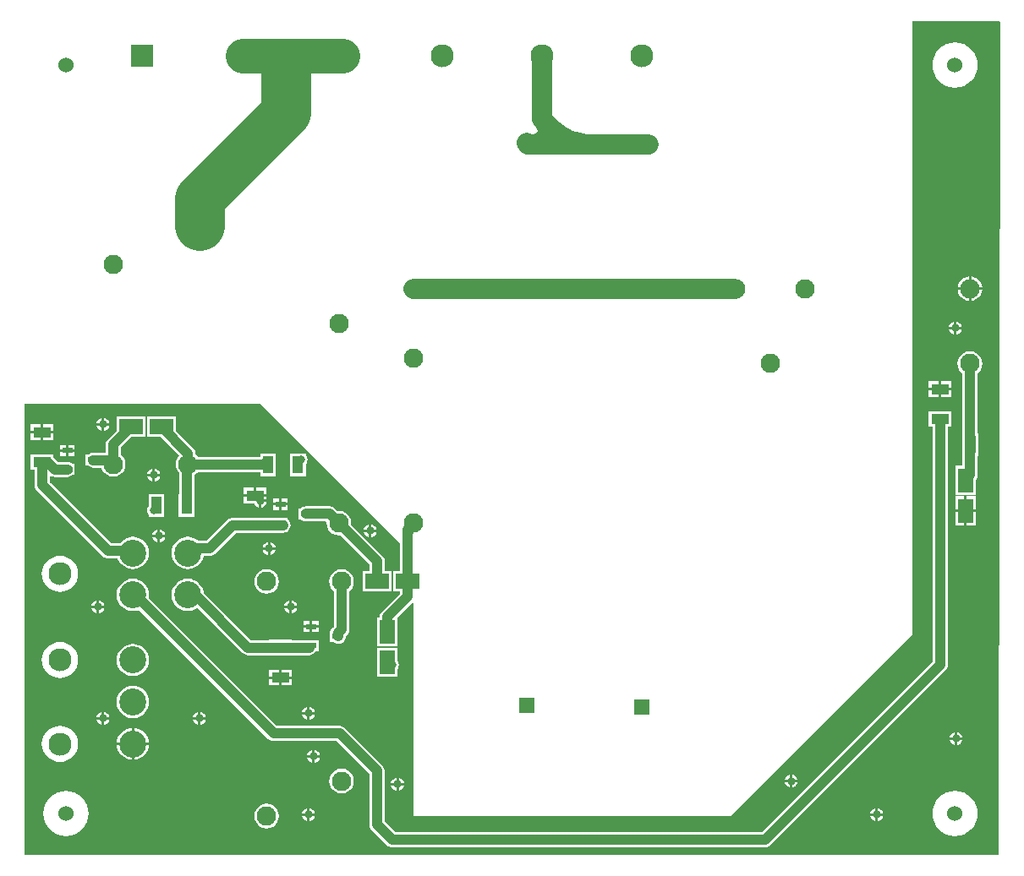
<source format=gbl>
G04*
G04 #@! TF.GenerationSoftware,Altium Limited,Altium Designer,19.0.10 (269)*
G04*
G04 Layer_Physical_Order=2*
G04 Layer_Color=16711680*
%FSLAX25Y25*%
%MOIN*%
G70*
G01*
G75*
%ADD16R,0.07087X0.04134*%
%ADD29C,0.07874*%
%ADD30C,0.13780*%
%ADD31C,0.03937*%
%ADD32R,0.09055X0.09055*%
%ADD33C,0.09055*%
%ADD34C,0.07677*%
%ADD35C,0.10630*%
%ADD36C,0.06000*%
%ADD37C,0.03150*%
%ADD38R,0.03937X0.02362*%
%ADD39R,0.04134X0.07087*%
%ADD40R,0.06102X0.09449*%
%ADD41R,0.09449X0.06102*%
%ADD42C,0.19685*%
%ADD43R,0.06400X0.06400*%
%ADD44C,0.06400*%
G36*
X230200Y307947D02*
X231382Y307000D01*
X232611Y306165D01*
X233886Y305441D01*
X235207Y304829D01*
X236575Y304328D01*
X237988Y303938D01*
X239447Y303660D01*
X240953Y303493D01*
X242505Y303437D01*
X233000Y295563D01*
X217500Y303437D01*
X218606Y303470D01*
X219527Y303568D01*
X220263Y303732D01*
X220812Y303962D01*
X221177Y304257D01*
X221356Y304618D01*
X221349Y305044D01*
X221157Y305536D01*
X220779Y306093D01*
X220216Y306716D01*
X229063Y309005D01*
X230200Y307947D01*
D02*
G37*
G36*
X172759Y146210D02*
X172609Y146177D01*
X172476Y146101D01*
X172358Y145982D01*
X172256Y145820D01*
X172169Y145614D01*
X172098Y145365D01*
X172043Y145072D01*
X172004Y144736D01*
X171980Y144357D01*
X171973Y143934D01*
X168035Y144820D01*
X168739Y149272D01*
X172759Y146210D01*
D02*
G37*
G36*
X403286Y348131D02*
X403639Y347777D01*
X403134Y19000D01*
X19000D01*
Y197000D01*
X112000Y197000D01*
X167010Y141990D01*
Y131051D01*
X164279D01*
Y122949D01*
X167010D01*
Y122244D01*
X159883Y115117D01*
X159407Y114497D01*
X159108Y113775D01*
X159006Y113000D01*
Y112728D01*
X157949D01*
Y101279D01*
X166051D01*
Y112728D01*
X166051Y112728D01*
X166051D01*
X166332Y113098D01*
X172000Y118766D01*
X172500Y118594D01*
Y34480D01*
X297480Y34480D01*
X369000Y106000D01*
X369000Y348131D01*
X403286Y348131D01*
D02*
G37*
%LPC*%
G36*
X385827Y339626D02*
X384087Y339454D01*
X382414Y338947D01*
X380873Y338123D01*
X379521Y337014D01*
X378413Y335663D01*
X377589Y334121D01*
X377081Y332448D01*
X376910Y330709D01*
X377081Y328969D01*
X377589Y327296D01*
X378413Y325755D01*
X379521Y324403D01*
X380873Y323294D01*
X382414Y322470D01*
X384087Y321963D01*
X385827Y321792D01*
X387566Y321963D01*
X389239Y322470D01*
X390781Y323294D01*
X392132Y324403D01*
X393241Y325755D01*
X394065Y327296D01*
X394572Y328969D01*
X394744Y330709D01*
X394572Y332448D01*
X394065Y334121D01*
X393241Y335663D01*
X392132Y337014D01*
X390781Y338123D01*
X389239Y338947D01*
X387566Y339454D01*
X385827Y339626D01*
D02*
G37*
G36*
X392240Y247342D02*
Y243028D01*
X396555D01*
X396454Y243791D01*
X395967Y244968D01*
X395191Y245978D01*
X394180Y246754D01*
X393003Y247242D01*
X392240Y247342D01*
D02*
G37*
G36*
X391240Y247342D02*
X390477Y247242D01*
X389300Y246754D01*
X388289Y245978D01*
X387514Y244968D01*
X387026Y243791D01*
X386926Y243028D01*
X391240D01*
Y247342D01*
D02*
G37*
G36*
Y242028D02*
X386926D01*
X387026Y241264D01*
X387514Y240087D01*
X388289Y239077D01*
X389300Y238301D01*
X390477Y237813D01*
X391240Y237713D01*
Y242028D01*
D02*
G37*
G36*
X396555D02*
X392240D01*
Y237713D01*
X393003Y237813D01*
X394180Y238301D01*
X395191Y239077D01*
X395967Y240087D01*
X396454Y241264D01*
X396555Y242028D01*
D02*
G37*
G36*
X386500Y229531D02*
Y227500D01*
X388531D01*
X388509Y227672D01*
X388249Y228298D01*
X387836Y228836D01*
X387298Y229249D01*
X386672Y229508D01*
X386500Y229531D01*
D02*
G37*
G36*
X385500D02*
X385328Y229508D01*
X384701Y229249D01*
X384164Y228836D01*
X383751Y228298D01*
X383491Y227672D01*
X383469Y227500D01*
X385500D01*
Y229531D01*
D02*
G37*
G36*
X388531Y226500D02*
X386500D01*
Y224469D01*
X386672Y224492D01*
X387298Y224751D01*
X387836Y225164D01*
X388249Y225701D01*
X388509Y226328D01*
X388531Y226500D01*
D02*
G37*
G36*
X385500D02*
X383469D01*
X383491Y226328D01*
X383751Y225701D01*
X384164Y225164D01*
X384701Y224751D01*
X385328Y224492D01*
X385500Y224469D01*
Y226500D01*
D02*
G37*
G36*
X384543Y205972D02*
X380500D01*
Y203405D01*
X384543D01*
Y205972D01*
D02*
G37*
G36*
X379500D02*
X375457D01*
Y203405D01*
X379500D01*
Y205972D01*
D02*
G37*
G36*
X384543Y202406D02*
X380500D01*
Y199839D01*
X384543D01*
Y202406D01*
D02*
G37*
G36*
X379500D02*
X375457D01*
Y199839D01*
X379500D01*
Y202406D01*
D02*
G37*
G36*
X50500Y191531D02*
Y189500D01*
X52531D01*
X52509Y189672D01*
X52249Y190298D01*
X51836Y190836D01*
X51298Y191249D01*
X50672Y191508D01*
X50500Y191531D01*
D02*
G37*
G36*
X49500D02*
X49328Y191508D01*
X48702Y191249D01*
X48164Y190836D01*
X47751Y190298D01*
X47491Y189672D01*
X47469Y189500D01*
X49500D01*
Y191531D01*
D02*
G37*
G36*
X52531Y188500D02*
X50500D01*
Y186469D01*
X50672Y186492D01*
X51298Y186751D01*
X51836Y187164D01*
X52249Y187701D01*
X52509Y188328D01*
X52531Y188500D01*
D02*
G37*
G36*
X49500D02*
X47469D01*
X47491Y188328D01*
X47751Y187701D01*
X48164Y187164D01*
X48702Y186751D01*
X49328Y186492D01*
X49500Y186469D01*
Y188500D01*
D02*
G37*
G36*
X30543Y188972D02*
X26500D01*
Y186406D01*
X30543D01*
Y188972D01*
D02*
G37*
G36*
X25500D02*
X21457D01*
Y186406D01*
X25500D01*
Y188972D01*
D02*
G37*
G36*
X30543Y185406D02*
X26500D01*
Y182839D01*
X30543D01*
Y185406D01*
D02*
G37*
G36*
X25500D02*
X21457D01*
Y182839D01*
X25500D01*
Y185406D01*
D02*
G37*
G36*
X38850Y180921D02*
X36382D01*
Y179240D01*
X38850D01*
Y180921D01*
D02*
G37*
G36*
X35382D02*
X32913D01*
Y179240D01*
X35382D01*
Y180921D01*
D02*
G37*
G36*
X38850Y178240D02*
X36382D01*
Y176559D01*
X38850D01*
Y178240D01*
D02*
G37*
G36*
X35382D02*
X32913D01*
Y176559D01*
X35382D01*
Y178240D01*
D02*
G37*
G36*
X70500Y171531D02*
Y169500D01*
X72531D01*
X72509Y169672D01*
X72249Y170299D01*
X71836Y170836D01*
X71298Y171249D01*
X70672Y171509D01*
X70500Y171531D01*
D02*
G37*
G36*
X69500D02*
X69328Y171509D01*
X68701Y171249D01*
X68164Y170836D01*
X67751Y170299D01*
X67492Y169672D01*
X67469Y169500D01*
X69500D01*
Y171531D01*
D02*
G37*
G36*
X128000Y177597D02*
X127592Y177543D01*
X123791D01*
Y168457D01*
X129925D01*
Y173279D01*
X130249Y173702D01*
X130508Y174328D01*
X130597Y175000D01*
X130508Y175672D01*
X130249Y176298D01*
X129925Y176721D01*
Y177543D01*
X128408D01*
X128000Y177597D01*
D02*
G37*
G36*
X78728Y192051D02*
X67279D01*
Y183949D01*
X72821D01*
X80069Y176701D01*
X79301Y175700D01*
X78813Y174523D01*
X78647Y173260D01*
X78813Y171997D01*
X79301Y170820D01*
X79911Y170024D01*
Y161543D01*
X79839D01*
Y152457D01*
X85972D01*
Y161543D01*
X85900D01*
Y169005D01*
X85968Y169033D01*
X86979Y169809D01*
X87329Y170266D01*
X111980D01*
Y168457D01*
X118114D01*
Y177543D01*
X111980D01*
Y176254D01*
X87329D01*
X86979Y176711D01*
X86522Y177061D01*
Y177476D01*
X86420Y178251D01*
X86244Y178674D01*
X86121Y178973D01*
X85645Y179594D01*
X78728Y186510D01*
Y192051D01*
D02*
G37*
G36*
X66720D02*
X55272D01*
Y186510D01*
X51883Y183121D01*
X51407Y182501D01*
X51108Y181779D01*
X51006Y181004D01*
Y177876D01*
X46118D01*
X45343Y177774D01*
X44621Y177475D01*
X44238Y177181D01*
X43150D01*
Y175076D01*
X43124Y174882D01*
X43150Y174687D01*
Y172819D01*
X43959D01*
X44001Y172765D01*
X44621Y172289D01*
X45343Y171990D01*
X46118Y171888D01*
X49331D01*
X49773Y170820D01*
X50549Y169809D01*
X51560Y169033D01*
X52737Y168546D01*
X54000Y168379D01*
X55263Y168546D01*
X56440Y169033D01*
X57451Y169809D01*
X58227Y170820D01*
X58714Y171997D01*
X58880Y173260D01*
X58714Y174523D01*
X58227Y175700D01*
X57451Y176711D01*
X56994Y177061D01*
Y179764D01*
X61179Y183949D01*
X66720D01*
Y192051D01*
D02*
G37*
G36*
X30543Y177161D02*
X21457D01*
Y171028D01*
X23006D01*
Y165000D01*
X23108Y164225D01*
X23407Y163503D01*
X23883Y162883D01*
X49883Y136883D01*
X50503Y136407D01*
X50802Y136283D01*
X51225Y136108D01*
X52000Y136006D01*
X55827D01*
X55878Y135839D01*
X56464Y134742D01*
X57253Y133781D01*
X58215Y132992D01*
X59312Y132405D01*
X60502Y132044D01*
X61740Y131922D01*
X62978Y132044D01*
X64169Y132405D01*
X65266Y132992D01*
X66227Y133781D01*
X67016Y134742D01*
X67603Y135839D01*
X67964Y137030D01*
X68086Y138268D01*
X67964Y139506D01*
X67603Y140696D01*
X67016Y141793D01*
X66227Y142755D01*
X65266Y143544D01*
X64169Y144130D01*
X62978Y144491D01*
X61740Y144613D01*
X60502Y144491D01*
X59312Y144130D01*
X58215Y143544D01*
X57253Y142755D01*
X56629Y141994D01*
X53240D01*
X28994Y166240D01*
Y168492D01*
X29443Y168713D01*
X29503Y168667D01*
X29802Y168543D01*
X30225Y168368D01*
X31000Y168266D01*
X35882D01*
X36657Y168368D01*
X37379Y168667D01*
X37916Y169079D01*
X38850D01*
Y171065D01*
X38876Y171260D01*
X38850Y171454D01*
Y173441D01*
X37916D01*
X37379Y173853D01*
X36657Y174152D01*
X35882Y174254D01*
X32240D01*
X30543Y175951D01*
Y177161D01*
D02*
G37*
G36*
X72531Y168500D02*
X70500D01*
Y166469D01*
X70672Y166491D01*
X71298Y166751D01*
X71836Y167164D01*
X72249Y167701D01*
X72509Y168328D01*
X72531Y168500D01*
D02*
G37*
G36*
X69500D02*
X67469D01*
X67492Y168328D01*
X67751Y167701D01*
X68164Y167164D01*
X68701Y166751D01*
X69328Y166491D01*
X69500Y166469D01*
Y168500D01*
D02*
G37*
G36*
X114543Y163972D02*
X110500D01*
Y161406D01*
X114543D01*
Y163972D01*
D02*
G37*
G36*
X109500D02*
X105457D01*
Y161406D01*
X109500D01*
Y163972D01*
D02*
G37*
G36*
X391740Y217880D02*
X390477Y217714D01*
X389300Y217227D01*
X388289Y216451D01*
X387514Y215440D01*
X387026Y214263D01*
X386860Y213000D01*
X387026Y211737D01*
X387514Y210560D01*
X388289Y209549D01*
X388746Y209199D01*
Y180835D01*
Y172634D01*
X385949D01*
Y161185D01*
X394051D01*
Y167136D01*
X394333Y167503D01*
X394632Y168225D01*
X394734Y169000D01*
Y176457D01*
X394972D01*
Y185543D01*
X394734D01*
Y209199D01*
X395191Y209549D01*
X395967Y210560D01*
X396454Y211737D01*
X396620Y213000D01*
X396454Y214263D01*
X395967Y215440D01*
X395191Y216451D01*
X394180Y217227D01*
X393003Y217714D01*
X391740Y217880D01*
D02*
G37*
G36*
X122850Y159623D02*
X120382D01*
Y157942D01*
X122850D01*
Y159623D01*
D02*
G37*
G36*
X119382D02*
X116913D01*
Y157942D01*
X119382D01*
Y159623D01*
D02*
G37*
G36*
X114543Y158276D02*
X112500D01*
Y156244D01*
X112672Y156267D01*
X113298Y156527D01*
X113836Y156939D01*
X114249Y157477D01*
X114399Y157839D01*
X114543D01*
Y158276D01*
D02*
G37*
G36*
Y160406D02*
X110000D01*
X105457D01*
Y157839D01*
X109601D01*
X109751Y157477D01*
X110164Y156939D01*
X110702Y156527D01*
X111328Y156267D01*
X111500Y156244D01*
Y158776D01*
X112000D01*
Y159276D01*
X114543D01*
Y160406D01*
D02*
G37*
G36*
X394051Y160626D02*
X390500D01*
Y155402D01*
X394051D01*
Y160626D01*
D02*
G37*
G36*
X389500D02*
X385949D01*
Y155402D01*
X389500D01*
Y160626D01*
D02*
G37*
G36*
X122850Y156942D02*
X120382D01*
Y155261D01*
X122850D01*
Y156942D01*
D02*
G37*
G36*
X119382D02*
X116913D01*
Y155261D01*
X119382D01*
Y156942D01*
D02*
G37*
G36*
X74161Y161543D02*
X68028D01*
Y156659D01*
X67751Y156298D01*
X67492Y155672D01*
X67403Y155000D01*
X67492Y154328D01*
X67751Y153701D01*
X68028Y153341D01*
Y152457D01*
X69592D01*
X70000Y152403D01*
X70408Y152457D01*
X74161D01*
Y161543D01*
D02*
G37*
G36*
X394051Y154402D02*
X390500D01*
Y149177D01*
X394051D01*
Y154402D01*
D02*
G37*
G36*
X389500D02*
X385949D01*
Y149177D01*
X389500D01*
Y154402D01*
D02*
G37*
G36*
X155838Y149531D02*
Y147500D01*
X157869D01*
X157846Y147672D01*
X157587Y148299D01*
X157174Y148836D01*
X156636Y149249D01*
X156010Y149509D01*
X155838Y149531D01*
D02*
G37*
G36*
X154838D02*
X154666Y149509D01*
X154039Y149249D01*
X153501Y148836D01*
X153088Y148299D01*
X152829Y147672D01*
X152806Y147500D01*
X154838D01*
Y149531D01*
D02*
G37*
G36*
X120953Y152183D02*
X101138D01*
X100363Y152081D01*
X99940Y151906D01*
X99641Y151782D01*
X99021Y151306D01*
X90709Y142994D01*
X87589D01*
X86919Y143544D01*
X85822Y144130D01*
X84632Y144491D01*
X83394Y144613D01*
X82156Y144491D01*
X80965Y144130D01*
X79868Y143544D01*
X78907Y142755D01*
X78118Y141793D01*
X77531Y140696D01*
X77170Y139506D01*
X77048Y138268D01*
X77170Y137030D01*
X77531Y135839D01*
X78118Y134742D01*
X78907Y133781D01*
X79868Y132992D01*
X80965Y132405D01*
X82156Y132044D01*
X83394Y131922D01*
X84632Y132044D01*
X85822Y132405D01*
X86919Y132992D01*
X87881Y133781D01*
X88670Y134742D01*
X89256Y135839D01*
X89610Y137006D01*
X91949D01*
X92724Y137108D01*
X93446Y137407D01*
X94066Y137883D01*
X102378Y146195D01*
X105457D01*
Y146028D01*
X114543D01*
Y146195D01*
X120953D01*
X121728Y146297D01*
X122450Y146596D01*
X123070Y147072D01*
X123546Y147692D01*
X123845Y148414D01*
X123947Y149189D01*
X123845Y149964D01*
X123546Y150686D01*
X123070Y151306D01*
X122850Y151475D01*
Y152142D01*
X121262D01*
X120953Y152183D01*
D02*
G37*
G36*
X72500Y147531D02*
Y145500D01*
X74531D01*
X74509Y145672D01*
X74249Y146299D01*
X73836Y146836D01*
X73299Y147249D01*
X72672Y147509D01*
X72500Y147531D01*
D02*
G37*
G36*
X71500D02*
X71328Y147509D01*
X70701Y147249D01*
X70164Y146836D01*
X69751Y146299D01*
X69491Y145672D01*
X69469Y145500D01*
X71500D01*
Y147531D01*
D02*
G37*
G36*
X157869Y146500D02*
X155838D01*
Y144469D01*
X156010Y144492D01*
X156636Y144751D01*
X157174Y145164D01*
X157587Y145702D01*
X157846Y146328D01*
X157869Y146500D01*
D02*
G37*
G36*
X154838D02*
X152806D01*
X152829Y146328D01*
X153088Y145702D01*
X153501Y145164D01*
X154039Y144751D01*
X154666Y144492D01*
X154838Y144469D01*
Y146500D01*
D02*
G37*
G36*
X74531Y144500D02*
X72500D01*
Y142469D01*
X72672Y142491D01*
X73299Y142751D01*
X73836Y143164D01*
X74249Y143702D01*
X74509Y144328D01*
X74531Y144500D01*
D02*
G37*
G36*
X71500D02*
X69469D01*
X69491Y144328D01*
X69751Y143702D01*
X70164Y143164D01*
X70701Y142751D01*
X71328Y142491D01*
X71500Y142469D01*
Y144500D01*
D02*
G37*
G36*
X115957Y142531D02*
Y140500D01*
X117988D01*
X117965Y140672D01*
X117706Y141298D01*
X117293Y141836D01*
X116755Y142249D01*
X116129Y142508D01*
X115957Y142531D01*
D02*
G37*
G36*
X114957D02*
X114785Y142508D01*
X114158Y142249D01*
X113620Y141836D01*
X113208Y141298D01*
X112948Y140672D01*
X112926Y140500D01*
X114957D01*
Y142531D01*
D02*
G37*
G36*
X117988Y139500D02*
X115957D01*
Y137469D01*
X116129Y137492D01*
X116755Y137751D01*
X117293Y138164D01*
X117706Y138701D01*
X117965Y139328D01*
X117988Y139500D01*
D02*
G37*
G36*
X114957D02*
X112926D01*
X112948Y139328D01*
X113208Y138701D01*
X113620Y138164D01*
X114158Y137751D01*
X114785Y137492D01*
X114957Y137469D01*
Y139500D01*
D02*
G37*
G36*
X139310Y156696D02*
X130000D01*
X129225Y156594D01*
X128503Y156295D01*
X127966Y155883D01*
X127150D01*
Y154577D01*
X127108Y154476D01*
X127006Y153701D01*
X127108Y152927D01*
X127150Y152826D01*
Y151520D01*
X127966D01*
X128503Y151109D01*
X129225Y150809D01*
X130000Y150707D01*
X137690D01*
X138117Y150227D01*
X138092Y150039D01*
X138258Y148776D01*
X138746Y147599D01*
X139522Y146589D01*
X140532Y145813D01*
X141709Y145325D01*
X142973Y145159D01*
X143543Y145234D01*
X155002Y133775D01*
Y131051D01*
X152272D01*
Y122949D01*
X163721D01*
Y131051D01*
X160990D01*
Y135016D01*
X160888Y135791D01*
X160589Y136513D01*
X160113Y137133D01*
X147778Y149469D01*
X147853Y150039D01*
X147687Y151303D01*
X147199Y152480D01*
X146423Y153490D01*
X145413Y154266D01*
X144236Y154753D01*
X142973Y154920D01*
X142402Y154845D01*
X141428Y155819D01*
X140807Y156295D01*
X140085Y156594D01*
X139310Y156696D01*
D02*
G37*
G36*
X33000Y137137D02*
X31608Y137000D01*
X30269Y136593D01*
X29035Y135934D01*
X27954Y135046D01*
X27066Y133965D01*
X26406Y132731D01*
X26000Y131392D01*
X25863Y130000D01*
X26000Y128608D01*
X26406Y127269D01*
X27066Y126035D01*
X27954Y124954D01*
X29035Y124066D01*
X30269Y123407D01*
X31608Y123000D01*
X33000Y122863D01*
X34392Y123000D01*
X35731Y123407D01*
X36965Y124066D01*
X38046Y124954D01*
X38934Y126035D01*
X39593Y127269D01*
X40000Y128608D01*
X40137Y130000D01*
X40000Y131392D01*
X39593Y132731D01*
X38934Y133965D01*
X38046Y135046D01*
X36965Y135934D01*
X35731Y136593D01*
X34392Y137000D01*
X33000Y137137D01*
D02*
G37*
G36*
X114472Y131880D02*
X113209Y131714D01*
X112032Y131227D01*
X111021Y130451D01*
X110246Y129440D01*
X109758Y128263D01*
X109592Y127000D01*
X109758Y125737D01*
X110246Y124560D01*
X111021Y123549D01*
X112032Y122774D01*
X113209Y122286D01*
X114472Y122120D01*
X115736Y122286D01*
X116913Y122774D01*
X117923Y123549D01*
X118699Y124560D01*
X119186Y125737D01*
X119353Y127000D01*
X119186Y128263D01*
X118699Y129440D01*
X117923Y130451D01*
X116913Y131227D01*
X115736Y131714D01*
X114472Y131880D01*
D02*
G37*
G36*
X124500Y119531D02*
Y117500D01*
X126531D01*
X126508Y117672D01*
X126249Y118298D01*
X125836Y118836D01*
X125299Y119249D01*
X124672Y119509D01*
X124500Y119531D01*
D02*
G37*
G36*
X123500D02*
X123328Y119509D01*
X122702Y119249D01*
X122164Y118836D01*
X121751Y118298D01*
X121492Y117672D01*
X121469Y117500D01*
X123500D01*
Y119531D01*
D02*
G37*
G36*
X48500D02*
Y117500D01*
X50531D01*
X50509Y117672D01*
X50249Y118298D01*
X49836Y118836D01*
X49299Y119249D01*
X48672Y119509D01*
X48500Y119531D01*
D02*
G37*
G36*
X47500D02*
X47328Y119509D01*
X46701Y119249D01*
X46164Y118836D01*
X45751Y118298D01*
X45491Y117672D01*
X45469Y117500D01*
X47500D01*
Y119531D01*
D02*
G37*
G36*
X126531Y116500D02*
X124500D01*
Y114469D01*
X124672Y114491D01*
X125299Y114751D01*
X125836Y115164D01*
X126249Y115701D01*
X126508Y116328D01*
X126531Y116500D01*
D02*
G37*
G36*
X123500D02*
X121469D01*
X121492Y116328D01*
X121751Y115701D01*
X122164Y115164D01*
X122702Y114751D01*
X123328Y114491D01*
X123500Y114469D01*
Y116500D01*
D02*
G37*
G36*
X50531D02*
X48500D01*
Y114469D01*
X48672Y114491D01*
X49299Y114751D01*
X49836Y115164D01*
X50249Y115701D01*
X50509Y116328D01*
X50531Y116500D01*
D02*
G37*
G36*
X47500D02*
X45469D01*
X45491Y116328D01*
X45751Y115701D01*
X46164Y115164D01*
X46701Y114751D01*
X47328Y114491D01*
X47500Y114469D01*
Y116500D01*
D02*
G37*
G36*
X134968Y111335D02*
X132500D01*
Y109653D01*
X134968D01*
Y111335D01*
D02*
G37*
G36*
X131500D02*
X129032D01*
Y109653D01*
X131500D01*
Y111335D01*
D02*
G37*
G36*
X134968Y108653D02*
X132500D01*
Y106972D01*
X134968D01*
Y108653D01*
D02*
G37*
G36*
X131500D02*
X129032D01*
Y106972D01*
X131500D01*
Y108653D01*
D02*
G37*
G36*
X144000Y131880D02*
X142737Y131714D01*
X141560Y131227D01*
X140549Y130451D01*
X139773Y129440D01*
X139286Y128263D01*
X139120Y127000D01*
X139286Y125737D01*
X139773Y124560D01*
X140549Y123549D01*
X141006Y123199D01*
Y109268D01*
X140635Y108897D01*
X140159Y108277D01*
X139876Y107595D01*
X139268D01*
Y103232D01*
X140718D01*
X141255Y102820D01*
X141977Y102521D01*
X142752Y102419D01*
X143527Y102521D01*
X144249Y102820D01*
X144786Y103232D01*
X145205D01*
Y103734D01*
X145345Y103916D01*
X145644Y104638D01*
X145746Y105413D01*
Y105539D01*
X146117Y105910D01*
X146593Y106530D01*
X146892Y107253D01*
X146994Y108028D01*
Y123199D01*
X147451Y123549D01*
X148226Y124560D01*
X148714Y125737D01*
X148880Y127000D01*
X148714Y128263D01*
X148226Y129440D01*
X147451Y130451D01*
X146440Y131227D01*
X145263Y131714D01*
X144000Y131880D01*
D02*
G37*
G36*
X83394Y128078D02*
X82156Y127956D01*
X80965Y127595D01*
X79868Y127008D01*
X78907Y126219D01*
X78118Y125258D01*
X77531Y124161D01*
X77170Y122970D01*
X77048Y121732D01*
X77170Y120494D01*
X77531Y119304D01*
X78118Y118207D01*
X78907Y117245D01*
X79868Y116456D01*
X80965Y115870D01*
X82156Y115509D01*
X83394Y115387D01*
X84632Y115509D01*
X85822Y115870D01*
X86919Y116456D01*
X87134Y116632D01*
X104977Y98788D01*
X105597Y98312D01*
X106320Y98013D01*
X107095Y97911D01*
X115457D01*
Y97839D01*
X124543D01*
Y97911D01*
X131280D01*
X132054Y98013D01*
X132777Y98312D01*
X133397Y98788D01*
X133873Y99409D01*
X133907Y99492D01*
X134968D01*
Y103854D01*
X131624D01*
X131280Y103900D01*
X124543D01*
Y103972D01*
X115457D01*
Y103900D01*
X108335D01*
X89656Y122578D01*
X89617Y122970D01*
X89256Y124161D01*
X88670Y125258D01*
X87881Y126219D01*
X86919Y127008D01*
X85822Y127595D01*
X84632Y127956D01*
X83394Y128078D01*
D02*
G37*
G36*
X61740Y102346D02*
X60502Y102224D01*
X59312Y101863D01*
X58215Y101276D01*
X57253Y100487D01*
X56464Y99525D01*
X55878Y98428D01*
X55517Y97238D01*
X55395Y96000D01*
X55517Y94762D01*
X55878Y93572D01*
X56464Y92475D01*
X57253Y91513D01*
X58215Y90724D01*
X59312Y90137D01*
X60502Y89776D01*
X61740Y89654D01*
X62978Y89776D01*
X64169Y90137D01*
X65266Y90724D01*
X66227Y91513D01*
X67016Y92475D01*
X67603Y93572D01*
X67964Y94762D01*
X68086Y96000D01*
X67964Y97238D01*
X67603Y98428D01*
X67016Y99525D01*
X66227Y100487D01*
X65266Y101276D01*
X64169Y101863D01*
X62978Y102224D01*
X61740Y102346D01*
D02*
G37*
G36*
X124543Y92161D02*
X120500D01*
Y89595D01*
X124543D01*
Y92161D01*
D02*
G37*
G36*
X119500D02*
X115457D01*
Y89595D01*
X119500D01*
Y92161D01*
D02*
G37*
G36*
X166051Y100721D02*
X157949D01*
Y89272D01*
X166051D01*
Y92444D01*
X166249Y92702D01*
X166508Y93328D01*
X166597Y94000D01*
X166508Y94672D01*
X166249Y95298D01*
X166051Y95556D01*
Y100721D01*
D02*
G37*
G36*
X33000Y103137D02*
X31608Y103000D01*
X30269Y102594D01*
X29035Y101934D01*
X27954Y101046D01*
X27066Y99965D01*
X26406Y98731D01*
X26000Y97392D01*
X25863Y96000D01*
X26000Y94608D01*
X26406Y93269D01*
X27066Y92035D01*
X27954Y90954D01*
X29035Y90066D01*
X30269Y89407D01*
X31608Y89000D01*
X33000Y88863D01*
X34392Y89000D01*
X35731Y89407D01*
X36965Y90066D01*
X38046Y90954D01*
X38934Y92035D01*
X39593Y93269D01*
X40000Y94608D01*
X40137Y96000D01*
X40000Y97392D01*
X39593Y98731D01*
X38934Y99965D01*
X38046Y101046D01*
X36965Y101934D01*
X35731Y102594D01*
X34392Y103000D01*
X33000Y103137D01*
D02*
G37*
G36*
X124543Y88595D02*
X120500D01*
Y86028D01*
X124543D01*
Y88595D01*
D02*
G37*
G36*
X119500D02*
X115457D01*
Y86028D01*
X119500D01*
Y88595D01*
D02*
G37*
G36*
X131500Y77531D02*
Y75500D01*
X133531D01*
X133509Y75672D01*
X133249Y76298D01*
X132836Y76836D01*
X132299Y77249D01*
X131672Y77508D01*
X131500Y77531D01*
D02*
G37*
G36*
X130500D02*
X130328Y77508D01*
X129701Y77249D01*
X129164Y76836D01*
X128751Y76298D01*
X128491Y75672D01*
X128469Y75500D01*
X130500D01*
Y77531D01*
D02*
G37*
G36*
X88500Y75531D02*
Y73500D01*
X90531D01*
X90509Y73672D01*
X90249Y74299D01*
X89836Y74836D01*
X89298Y75249D01*
X88672Y75508D01*
X88500Y75531D01*
D02*
G37*
G36*
X87500D02*
X87328Y75508D01*
X86702Y75249D01*
X86164Y74836D01*
X85751Y74299D01*
X85492Y73672D01*
X85469Y73500D01*
X87500D01*
Y75531D01*
D02*
G37*
G36*
X50500D02*
Y73500D01*
X52531D01*
X52509Y73672D01*
X52249Y74299D01*
X51836Y74836D01*
X51298Y75249D01*
X50672Y75508D01*
X50500Y75531D01*
D02*
G37*
G36*
X49500D02*
X49328Y75508D01*
X48702Y75249D01*
X48164Y74836D01*
X47751Y74299D01*
X47491Y73672D01*
X47469Y73500D01*
X49500D01*
Y75531D01*
D02*
G37*
G36*
X61740Y85810D02*
X60502Y85688D01*
X59312Y85327D01*
X58215Y84741D01*
X57253Y83951D01*
X56464Y82990D01*
X55878Y81893D01*
X55517Y80703D01*
X55395Y79465D01*
X55517Y78227D01*
X55878Y77036D01*
X56464Y75939D01*
X57253Y74978D01*
X58215Y74189D01*
X59312Y73602D01*
X60502Y73241D01*
X61740Y73119D01*
X62978Y73241D01*
X64169Y73602D01*
X65266Y74189D01*
X66227Y74978D01*
X67016Y75939D01*
X67603Y77036D01*
X67964Y78227D01*
X68086Y79465D01*
X67964Y80703D01*
X67603Y81893D01*
X67016Y82990D01*
X66227Y83951D01*
X65266Y84741D01*
X64169Y85327D01*
X62978Y85688D01*
X61740Y85810D01*
D02*
G37*
G36*
X133531Y74500D02*
X131500D01*
Y72469D01*
X131672Y72492D01*
X132299Y72751D01*
X132836Y73164D01*
X133249Y73702D01*
X133509Y74328D01*
X133531Y74500D01*
D02*
G37*
G36*
X130500D02*
X128469D01*
X128491Y74328D01*
X128751Y73702D01*
X129164Y73164D01*
X129701Y72751D01*
X130328Y72492D01*
X130500Y72469D01*
Y74500D01*
D02*
G37*
G36*
X90531Y72500D02*
X88500D01*
Y70469D01*
X88672Y70491D01*
X89298Y70751D01*
X89836Y71164D01*
X90249Y71702D01*
X90509Y72328D01*
X90531Y72500D01*
D02*
G37*
G36*
X87500D02*
X85469D01*
X85492Y72328D01*
X85751Y71702D01*
X86164Y71164D01*
X86702Y70751D01*
X87328Y70491D01*
X87500Y70469D01*
Y72500D01*
D02*
G37*
G36*
X52531D02*
X50500D01*
Y70469D01*
X50672Y70491D01*
X51298Y70751D01*
X51836Y71164D01*
X52249Y71702D01*
X52509Y72328D01*
X52531Y72500D01*
D02*
G37*
G36*
X49500D02*
X47469D01*
X47491Y72328D01*
X47751Y71702D01*
X48164Y71164D01*
X48702Y70751D01*
X49328Y70491D01*
X49500Y70469D01*
Y72500D01*
D02*
G37*
G36*
X386799Y67531D02*
Y65500D01*
X388830D01*
X388807Y65672D01*
X388548Y66299D01*
X388135Y66836D01*
X387597Y67249D01*
X386971Y67509D01*
X386799Y67531D01*
D02*
G37*
G36*
X385799D02*
X385626Y67509D01*
X385000Y67249D01*
X384462Y66836D01*
X384049Y66299D01*
X383790Y65672D01*
X383767Y65500D01*
X385799D01*
Y67531D01*
D02*
G37*
G36*
X62240Y69225D02*
Y63429D01*
X68036D01*
X67964Y64167D01*
X67603Y65358D01*
X67016Y66454D01*
X66227Y67416D01*
X65266Y68205D01*
X64169Y68792D01*
X62978Y69153D01*
X62240Y69225D01*
D02*
G37*
G36*
X61240D02*
X60502Y69153D01*
X59312Y68792D01*
X58215Y68205D01*
X57253Y67416D01*
X56464Y66454D01*
X55878Y65358D01*
X55517Y64167D01*
X55444Y63429D01*
X61240D01*
Y69225D01*
D02*
G37*
G36*
X388830Y64500D02*
X386799D01*
Y62469D01*
X386971Y62492D01*
X387597Y62751D01*
X388135Y63164D01*
X388548Y63701D01*
X388807Y64328D01*
X388830Y64500D01*
D02*
G37*
G36*
X385799D02*
X383767D01*
X383790Y64328D01*
X384049Y63701D01*
X384462Y63164D01*
X385000Y62751D01*
X385626Y62492D01*
X385799Y62469D01*
Y64500D01*
D02*
G37*
G36*
X133500Y60531D02*
Y58500D01*
X135531D01*
X135509Y58672D01*
X135249Y59298D01*
X134836Y59836D01*
X134299Y60249D01*
X133672Y60509D01*
X133500Y60531D01*
D02*
G37*
G36*
X132500D02*
X132328Y60509D01*
X131702Y60249D01*
X131164Y59836D01*
X130751Y59298D01*
X130491Y58672D01*
X130469Y58500D01*
X132500D01*
Y60531D01*
D02*
G37*
G36*
X68036Y62429D02*
X62240D01*
Y56633D01*
X62978Y56705D01*
X64169Y57067D01*
X65266Y57653D01*
X66227Y58442D01*
X67016Y59404D01*
X67603Y60501D01*
X67964Y61691D01*
X68036Y62429D01*
D02*
G37*
G36*
X61240D02*
X55444D01*
X55517Y61691D01*
X55878Y60501D01*
X56464Y59404D01*
X57253Y58442D01*
X58215Y57653D01*
X59312Y57067D01*
X60502Y56705D01*
X61240Y56633D01*
Y62429D01*
D02*
G37*
G36*
X33000Y70066D02*
X31608Y69929D01*
X30269Y69523D01*
X29035Y68863D01*
X27954Y67976D01*
X27066Y66894D01*
X26406Y65660D01*
X26000Y64321D01*
X25863Y62929D01*
X26000Y61537D01*
X26406Y60198D01*
X27066Y58964D01*
X27954Y57883D01*
X29035Y56995D01*
X30269Y56336D01*
X31608Y55929D01*
X33000Y55792D01*
X34392Y55929D01*
X35731Y56336D01*
X36965Y56995D01*
X38046Y57883D01*
X38934Y58964D01*
X39593Y60198D01*
X40000Y61537D01*
X40137Y62929D01*
X40000Y64321D01*
X39593Y65660D01*
X38934Y66894D01*
X38046Y67976D01*
X36965Y68863D01*
X35731Y69523D01*
X34392Y69929D01*
X33000Y70066D01*
D02*
G37*
G36*
X135531Y57500D02*
X133500D01*
Y55469D01*
X133672Y55492D01*
X134299Y55751D01*
X134836Y56164D01*
X135249Y56701D01*
X135509Y57328D01*
X135531Y57500D01*
D02*
G37*
G36*
X132500D02*
X130469D01*
X130491Y57328D01*
X130751Y56701D01*
X131164Y56164D01*
X131702Y55751D01*
X132328Y55492D01*
X132500Y55469D01*
Y57500D01*
D02*
G37*
G36*
X321798Y50791D02*
Y48760D01*
X323830D01*
X323807Y48932D01*
X323548Y49558D01*
X323135Y50096D01*
X322597Y50509D01*
X321971Y50768D01*
X321798Y50791D01*
D02*
G37*
G36*
X320798D02*
X320626Y50768D01*
X320000Y50509D01*
X319462Y50096D01*
X319049Y49558D01*
X318790Y48932D01*
X318767Y48760D01*
X320798D01*
Y50791D01*
D02*
G37*
G36*
X166551Y49531D02*
Y47500D01*
X168582D01*
X168560Y47672D01*
X168300Y48298D01*
X167888Y48836D01*
X167350Y49249D01*
X166723Y49509D01*
X166551Y49531D01*
D02*
G37*
G36*
X165551D02*
X165379Y49509D01*
X164753Y49249D01*
X164215Y48836D01*
X163802Y48298D01*
X163543Y47672D01*
X163520Y47500D01*
X165551D01*
Y49531D01*
D02*
G37*
G36*
X323830Y47760D02*
X321798D01*
Y45729D01*
X321971Y45751D01*
X322597Y46011D01*
X323135Y46424D01*
X323548Y46961D01*
X323807Y47588D01*
X323830Y47760D01*
D02*
G37*
G36*
X320798D02*
X318767D01*
X318790Y47588D01*
X319049Y46961D01*
X319462Y46424D01*
X320000Y46011D01*
X320626Y45751D01*
X320798Y45729D01*
Y47760D01*
D02*
G37*
G36*
X168582Y46500D02*
X166551D01*
Y44469D01*
X166723Y44491D01*
X167350Y44751D01*
X167888Y45164D01*
X168300Y45702D01*
X168560Y46328D01*
X168582Y46500D01*
D02*
G37*
G36*
X165551D02*
X163520D01*
X163543Y46328D01*
X163802Y45702D01*
X164215Y45164D01*
X164753Y44751D01*
X165379Y44491D01*
X165551Y44469D01*
Y46500D01*
D02*
G37*
G36*
X144000Y53140D02*
X142737Y52974D01*
X141560Y52486D01*
X140549Y51711D01*
X139773Y50700D01*
X139286Y49523D01*
X139120Y48260D01*
X139286Y46997D01*
X139773Y45820D01*
X140549Y44809D01*
X141560Y44033D01*
X142737Y43546D01*
X144000Y43380D01*
X145263Y43546D01*
X146440Y44033D01*
X147451Y44809D01*
X148226Y45820D01*
X148714Y46997D01*
X148880Y48260D01*
X148714Y49523D01*
X148226Y50700D01*
X147451Y51711D01*
X146440Y52486D01*
X145263Y52974D01*
X144000Y53140D01*
D02*
G37*
G36*
X355500Y37531D02*
Y35500D01*
X357531D01*
X357509Y35672D01*
X357249Y36298D01*
X356836Y36836D01*
X356298Y37249D01*
X355672Y37508D01*
X355500Y37531D01*
D02*
G37*
G36*
X354500D02*
X354328Y37508D01*
X353701Y37249D01*
X353164Y36836D01*
X352751Y36298D01*
X352491Y35672D01*
X352469Y35500D01*
X354500D01*
Y37531D01*
D02*
G37*
G36*
X131500D02*
Y35500D01*
X133531D01*
X133509Y35672D01*
X133249Y36298D01*
X132836Y36836D01*
X132299Y37249D01*
X131672Y37508D01*
X131500Y37531D01*
D02*
G37*
G36*
X130500D02*
X130328Y37508D01*
X129701Y37249D01*
X129164Y36836D01*
X128751Y36298D01*
X128491Y35672D01*
X128469Y35500D01*
X130500D01*
Y37531D01*
D02*
G37*
G36*
X357531Y34500D02*
X355500D01*
Y32469D01*
X355672Y32491D01*
X356298Y32751D01*
X356836Y33164D01*
X357249Y33702D01*
X357509Y34328D01*
X357531Y34500D01*
D02*
G37*
G36*
X354500D02*
X352469D01*
X352491Y34328D01*
X352751Y33702D01*
X353164Y33164D01*
X353701Y32751D01*
X354328Y32491D01*
X354500Y32469D01*
Y34500D01*
D02*
G37*
G36*
X133531D02*
X131500D01*
Y32469D01*
X131672Y32491D01*
X132299Y32751D01*
X132836Y33164D01*
X133249Y33702D01*
X133509Y34328D01*
X133531Y34500D01*
D02*
G37*
G36*
X130500D02*
X128469D01*
X128491Y34328D01*
X128751Y33702D01*
X129164Y33164D01*
X129701Y32751D01*
X130328Y32491D01*
X130500Y32469D01*
Y34500D01*
D02*
G37*
G36*
X114472Y39361D02*
X113209Y39194D01*
X112032Y38707D01*
X111021Y37931D01*
X110246Y36920D01*
X109758Y35743D01*
X109592Y34480D01*
X109758Y33217D01*
X110246Y32040D01*
X111021Y31029D01*
X112032Y30254D01*
X113209Y29766D01*
X114472Y29600D01*
X115736Y29766D01*
X116913Y30254D01*
X117923Y31029D01*
X118699Y32040D01*
X119186Y33217D01*
X119353Y34480D01*
X119186Y35743D01*
X118699Y36920D01*
X117923Y37931D01*
X116913Y38707D01*
X115736Y39194D01*
X114472Y39361D01*
D02*
G37*
G36*
X384543Y194161D02*
X375457D01*
Y188028D01*
X377006D01*
Y181095D01*
X377028Y180930D01*
Y176457D01*
X377100D01*
Y95335D01*
X309760Y27994D01*
X165240D01*
X160943Y32291D01*
Y52350D01*
X160841Y53125D01*
X160542Y53847D01*
X160066Y54467D01*
X145416Y69117D01*
X144796Y69593D01*
X144073Y69892D01*
X143298Y69994D01*
X118535D01*
X67970Y120560D01*
X68086Y121732D01*
X67964Y122970D01*
X67603Y124161D01*
X67016Y125258D01*
X66227Y126219D01*
X65266Y127008D01*
X64169Y127595D01*
X62978Y127956D01*
X61740Y128078D01*
X60502Y127956D01*
X59312Y127595D01*
X58215Y127008D01*
X57253Y126219D01*
X56464Y125258D01*
X55878Y124161D01*
X55517Y122970D01*
X55395Y121732D01*
X55517Y120494D01*
X55878Y119304D01*
X56464Y118207D01*
X57253Y117245D01*
X58215Y116456D01*
X59312Y115870D01*
X60502Y115509D01*
X61740Y115387D01*
X62978Y115509D01*
X64169Y115870D01*
X64183Y115878D01*
X115178Y64883D01*
X115798Y64407D01*
X116520Y64108D01*
X117295Y64006D01*
X142058D01*
X154955Y51109D01*
Y31051D01*
X155057Y30276D01*
X155356Y29554D01*
X155832Y28934D01*
X161883Y22883D01*
X162503Y22407D01*
X162802Y22283D01*
X163225Y22108D01*
X164000Y22006D01*
X311000D01*
X311775Y22108D01*
X312497Y22407D01*
X313117Y22883D01*
X382212Y91977D01*
X382687Y92597D01*
X382987Y93320D01*
X383089Y94095D01*
Y176457D01*
X383161D01*
Y185543D01*
X382994D01*
Y188028D01*
X384543D01*
Y194161D01*
D02*
G37*
G36*
X385827Y44350D02*
X384087Y44179D01*
X382414Y43671D01*
X380873Y42847D01*
X379521Y41738D01*
X378413Y40387D01*
X377589Y38845D01*
X377081Y37173D01*
X376910Y35433D01*
X377081Y33694D01*
X377589Y32021D01*
X378413Y30479D01*
X379521Y29128D01*
X380873Y28019D01*
X382414Y27195D01*
X384087Y26687D01*
X385827Y26516D01*
X387566Y26687D01*
X389239Y27195D01*
X390781Y28019D01*
X392132Y29128D01*
X393241Y30479D01*
X394065Y32021D01*
X394572Y33694D01*
X394744Y35433D01*
X394572Y37173D01*
X394065Y38845D01*
X393241Y40387D01*
X392132Y41738D01*
X390781Y42847D01*
X389239Y43671D01*
X387566Y44179D01*
X385827Y44350D01*
D02*
G37*
G36*
X35433D02*
X33694Y44179D01*
X32021Y43671D01*
X30479Y42847D01*
X29128Y41738D01*
X28019Y40387D01*
X27195Y38845D01*
X26687Y37173D01*
X26516Y35433D01*
X26687Y33694D01*
X27195Y32021D01*
X28019Y30479D01*
X29128Y29128D01*
X30479Y28019D01*
X32021Y27195D01*
X33694Y26687D01*
X35433Y26516D01*
X37173Y26687D01*
X38845Y27195D01*
X40387Y28019D01*
X41738Y29128D01*
X42847Y30479D01*
X43671Y32021D01*
X44179Y33694D01*
X44350Y35433D01*
X44179Y37173D01*
X43671Y38845D01*
X42847Y40387D01*
X41738Y41738D01*
X40387Y42847D01*
X38845Y43671D01*
X37173Y44179D01*
X35433Y44350D01*
D02*
G37*
%LPD*%
D16*
X120000Y100906D02*
D03*
Y89095D02*
D03*
X110000Y149094D02*
D03*
Y160906D02*
D03*
X380000Y191095D02*
D03*
Y202906D02*
D03*
X26000Y174094D02*
D03*
Y185906D02*
D03*
D29*
X223000Y309500D02*
Y332370D01*
Y309500D02*
X233000Y299500D01*
X172500Y242500D02*
X299000Y242500D01*
X233000Y299500D02*
X262500D01*
X217500D02*
X233000D01*
X217000Y300000D02*
X217500Y299500D01*
X262500D02*
X265000D01*
D30*
X104890Y334500D02*
X127344D01*
X129585D02*
X144260D01*
D31*
X142973Y150039D02*
X157996Y135016D01*
Y127000D02*
Y135016D01*
X391740Y180835D02*
Y213000D01*
X390000Y169000D02*
X391740D01*
X113732Y173260D02*
X114472Y174000D01*
X52000Y139000D02*
X61831D01*
X26000Y165000D02*
X52000Y139000D01*
X84000Y122000D02*
X86000D01*
X107095Y100906D01*
X120000D01*
X65563Y118732D02*
X117295Y67000D01*
X143298D01*
X101138Y149189D02*
X120953D01*
X83000Y140000D02*
X91949D01*
X31000Y171260D02*
X35882D01*
X28165Y174094D02*
X31000Y171260D01*
X26000Y174094D02*
X28165D01*
X54000Y174882D02*
Y181004D01*
X46118Y174882D02*
X52378D01*
X130118Y153701D02*
X139310D01*
X130000D02*
X130118D01*
X139310D02*
X142973Y150039D01*
X142752Y105413D02*
Y106780D01*
X144000Y108028D02*
Y127000D01*
X142752Y106780D02*
X144000Y108028D01*
X120000Y100906D02*
X131280D01*
X380095Y94095D02*
Y181000D01*
X311000Y25000D02*
X380095Y94095D01*
X164000Y25000D02*
X311000D01*
X157949Y31051D02*
X164000Y25000D01*
X157949Y31051D02*
Y52350D01*
X143298Y67000D02*
X157949Y52350D01*
X170004Y121004D02*
Y127000D01*
X162000Y113000D02*
X170004Y121004D01*
X162000Y107004D02*
Y113000D01*
X391740Y169000D02*
Y180835D01*
X391905Y181000D01*
X380000Y181095D02*
X380095Y181000D01*
X380000Y181095D02*
Y191095D01*
X91949Y140000D02*
X101138Y149189D01*
X26000Y165000D02*
Y174094D01*
X82906Y172638D02*
X83528Y173260D01*
X82906Y157000D02*
Y172638D01*
X83528Y173260D02*
X113732D01*
X52378Y174882D02*
X54000Y173260D01*
Y174882D01*
Y181004D02*
X60996Y188000D01*
X83528Y173260D02*
Y177476D01*
X73004Y188000D02*
X83528Y177476D01*
X170004Y127000D02*
Y147543D01*
X172500Y150039D01*
D32*
X65520Y334500D02*
D03*
D33*
X262370D02*
D03*
X104890D02*
D03*
X144260D02*
D03*
X183630D02*
D03*
X223000D02*
D03*
X33000Y130000D02*
D03*
Y96000D02*
D03*
Y62929D02*
D03*
D34*
X54000Y173260D02*
D03*
Y252000D02*
D03*
X83528Y265779D02*
D03*
Y173260D02*
D03*
X144000Y127000D02*
D03*
Y48260D02*
D03*
X114472Y34480D02*
D03*
Y127000D02*
D03*
X142973Y150039D02*
D03*
Y228780D02*
D03*
X172500Y242559D02*
D03*
Y215000D02*
D03*
Y150039D02*
D03*
X391740Y213000D02*
D03*
X313000D02*
D03*
X299220Y242528D02*
D03*
X326780D02*
D03*
X391740D02*
D03*
D35*
X61740Y121732D02*
D03*
Y138268D02*
D03*
X83394Y121732D02*
D03*
Y138268D02*
D03*
X61740Y96000D02*
D03*
Y79465D02*
D03*
Y62929D02*
D03*
D36*
X35433Y330709D02*
D03*
Y35433D02*
D03*
X385827D02*
D03*
Y330709D02*
D03*
D37*
X88000Y73000D02*
D03*
X133000Y58000D02*
D03*
X321299Y48260D02*
D03*
X166051Y47000D02*
D03*
X115457Y140000D02*
D03*
X112000Y158776D02*
D03*
X72000Y145000D02*
D03*
X386000Y227000D02*
D03*
X355000Y35000D02*
D03*
X386298Y65000D02*
D03*
X131000Y75000D02*
D03*
X155338Y147000D02*
D03*
X164000Y94000D02*
D03*
X128000Y175000D02*
D03*
X131000Y35000D02*
D03*
X50000Y73000D02*
D03*
X48000Y117000D02*
D03*
X124000D02*
D03*
X70000Y169000D02*
D03*
X50000Y189000D02*
D03*
X70000Y155000D02*
D03*
D38*
X132000Y109153D02*
D03*
Y101673D02*
D03*
X142236Y105413D02*
D03*
X35882Y178740D02*
D03*
Y171260D02*
D03*
X46118Y175000D02*
D03*
X130118Y153701D02*
D03*
X119882Y149961D02*
D03*
Y157442D02*
D03*
D39*
X71095Y157000D02*
D03*
X82906D02*
D03*
X126858Y173000D02*
D03*
X115047D02*
D03*
X391905Y181000D02*
D03*
X380095D02*
D03*
D40*
X162000Y94996D02*
D03*
Y107004D02*
D03*
X390000Y154902D02*
D03*
Y166909D02*
D03*
D41*
X157996Y127000D02*
D03*
X170004D02*
D03*
X60996Y188000D02*
D03*
X73004D02*
D03*
D42*
X122000Y312000D02*
Y331000D01*
X88000Y278000D02*
X122000Y312000D01*
X88000Y267535D02*
Y278000D01*
D43*
X217000Y78000D02*
D03*
X262500Y77500D02*
D03*
D44*
X217000Y300000D02*
D03*
X262500Y299500D02*
D03*
M02*

</source>
